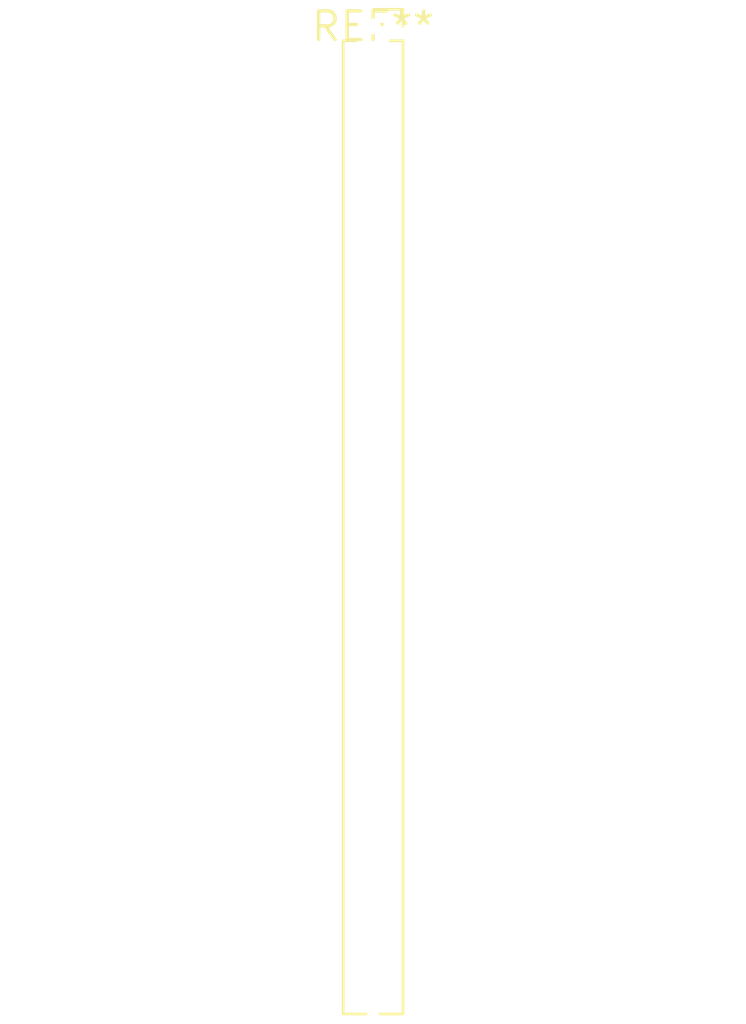
<source format=kicad_pcb>
(kicad_pcb (version 20240108) (generator pcbnew)
  (layers (0 "F.Cu" signal) (31 "B.Cu" signal) (34 "B.Paste" user) (35 "F.Paste" user) (36 "B.SilkS" user "B.Silkscreen") (37 "F.SilkS" user "F.Silkscreen") (38 "B.Mask" user) (39 "F.Mask" user) (44 "Edge.Cuts" user))
  (net 0 "")
  (footprint "PinSocket_1x35_P1.27mm_Vertical" (layer "F.Cu") (at 0 0)
    (property "Reference" "REF**")
    (property "Value" "PinSocket_1x35_P1.27mm_Vertical")
    (fp_line (start -1.33 0.635) (end -1.33 43.875) (layer "F.SilkS") (stroke (width 0.12)))
    (fp_line (start -1.33 0.635) (end -0.76 0.635) (layer "F.SilkS") (stroke (width 0.12)))
    (fp_line (start -1.33 43.875) (end -0.30753 43.875) (layer "F.SilkS") (stroke (width 0.12)))
    (fp_line (start 0 -0.76) (end 1.33 -0.76) (layer "F.SilkS") (stroke (width 0.12)))
    (fp_line (start 0.30753 43.875) (end 1.33 43.875) (layer "F.SilkS") (stroke (width 0.12)))
    (fp_line (start 0.76 0.635) (end 1.33 0.635) (layer "F.SilkS") (stroke (width 0.12)))
    (fp_line (start 1.33 -0.76) (end 1.33 0) (layer "F.SilkS") (stroke (width 0.12)))
    (fp_line (start 1.33 0.635) (end 1.33 43.875) (layer "F.SilkS") (stroke (width 0.12)))
    (pad "1" thru_hole rect (at 0 0) (size 1 1) (drill 0.7) (layers *.Cu *.Mask) (remove_unused_layers))
    (pad "2" thru_hole oval (at 0 1.27) (size 1 1) (drill 0.7) (layers *.Cu *.Mask) (remove_unused_layers))
    (pad "3" thru_hole oval (at 0 2.54) (size 1 1) (drill 0.7) (layers *.Cu *.Mask) (remove_unused_layers))
    (pad "4" thru_hole oval (at 0 3.81) (size 1 1) (drill 0.7) (layers *.Cu *.Mask) (remove_unused_layers))
    (pad "5" thru_hole oval (at 0 5.08) (size 1 1) (drill 0.7) (layers *.Cu *.Mask) (remove_unused_layers))
    (pad "6" thru_hole oval (at 0 6.35) (size 1 1) (drill 0.7) (layers *.Cu *.Mask) (remove_unused_layers))
    (pad "7" thru_hole oval (at 0 7.62) (size 1 1) (drill 0.7) (layers *.Cu *.Mask) (remove_unused_layers))
    (pad "8" thru_hole oval (at 0 8.89) (size 1 1) (drill 0.7) (layers *.Cu *.Mask) (remove_unused_layers))
    (pad "9" thru_hole oval (at 0 10.16) (size 1 1) (drill 0.7) (layers *.Cu *.Mask) (remove_unused_layers))
    (pad "10" thru_hole oval (at 0 11.43) (size 1 1) (drill 0.7) (layers *.Cu *.Mask) (remove_unused_layers))
    (pad "11" thru_hole oval (at 0 12.7) (size 1 1) (drill 0.7) (layers *.Cu *.Mask) (remove_unused_layers))
    (pad "12" thru_hole oval (at 0 13.97) (size 1 1) (drill 0.7) (layers *.Cu *.Mask) (remove_unused_layers))
    (pad "13" thru_hole oval (at 0 15.24) (size 1 1) (drill 0.7) (layers *.Cu *.Mask) (remove_unused_layers))
    (pad "14" thru_hole oval (at 0 16.51) (size 1 1) (drill 0.7) (layers *.Cu *.Mask) (remove_unused_layers))
    (pad "15" thru_hole oval (at 0 17.78) (size 1 1) (drill 0.7) (layers *.Cu *.Mask) (remove_unused_layers))
    (pad "16" thru_hole oval (at 0 19.05) (size 1 1) (drill 0.7) (layers *.Cu *.Mask) (remove_unused_layers))
    (pad "17" thru_hole oval (at 0 20.32) (size 1 1) (drill 0.7) (layers *.Cu *.Mask) (remove_unused_layers))
    (pad "18" thru_hole oval (at 0 21.59) (size 1 1) (drill 0.7) (layers *.Cu *.Mask) (remove_unused_layers))
    (pad "19" thru_hole oval (at 0 22.86) (size 1 1) (drill 0.7) (layers *.Cu *.Mask) (remove_unused_layers))
    (pad "20" thru_hole oval (at 0 24.13) (size 1 1) (drill 0.7) (layers *.Cu *.Mask) (remove_unused_layers))
    (pad "21" thru_hole oval (at 0 25.4) (size 1 1) (drill 0.7) (layers *.Cu *.Mask) (remove_unused_layers))
    (pad "22" thru_hole oval (at 0 26.67) (size 1 1) (drill 0.7) (layers *.Cu *.Mask) (remove_unused_layers))
    (pad "23" thru_hole oval (at 0 27.94) (size 1 1) (drill 0.7) (layers *.Cu *.Mask) (remove_unused_layers))
    (pad "24" thru_hole oval (at 0 29.21) (size 1 1) (drill 0.7) (layers *.Cu *.Mask) (remove_unused_layers))
    (pad "25" thru_hole oval (at 0 30.48) (size 1 1) (drill 0.7) (layers *.Cu *.Mask) (remove_unused_layers))
    (pad "26" thru_hole oval (at 0 31.75) (size 1 1) (drill 0.7) (layers *.Cu *.Mask) (remove_unused_layers))
    (pad "27" thru_hole oval (at 0 33.02) (size 1 1) (drill 0.7) (layers *.Cu *.Mask) (remove_unused_layers))
    (pad "28" thru_hole oval (at 0 34.29) (size 1 1) (drill 0.7) (layers *.Cu *.Mask) (remove_unused_layers))
    (pad "29" thru_hole oval (at 0 35.56) (size 1 1) (drill 0.7) (layers *.Cu *.Mask) (remove_unused_layers))
    (pad "30" thru_hole oval (at 0 36.83) (size 1 1) (drill 0.7) (layers *.Cu *.Mask) (remove_unused_layers))
    (pad "31" thru_hole oval (at 0 38.1) (size 1 1) (drill 0.7) (layers *.Cu *.Mask) (remove_unused_layers))
    (pad "32" thru_hole oval (at 0 39.37) (size 1 1) (drill 0.7) (layers *.Cu *.Mask) (remove_unused_layers))
    (pad "33" thru_hole oval (at 0 40.64) (size 1 1) (drill 0.7) (layers *.Cu *.Mask) (remove_unused_layers))
    (pad "34" thru_hole oval (at 0 41.91) (size 1 1) (drill 0.7) (layers *.Cu *.Mask) (remove_unused_layers))
    (pad "35" thru_hole oval (at 0 43.18) (size 1 1) (drill 0.7) (layers *.Cu *.Mask) (remove_unused_layers))
  )
)
</source>
